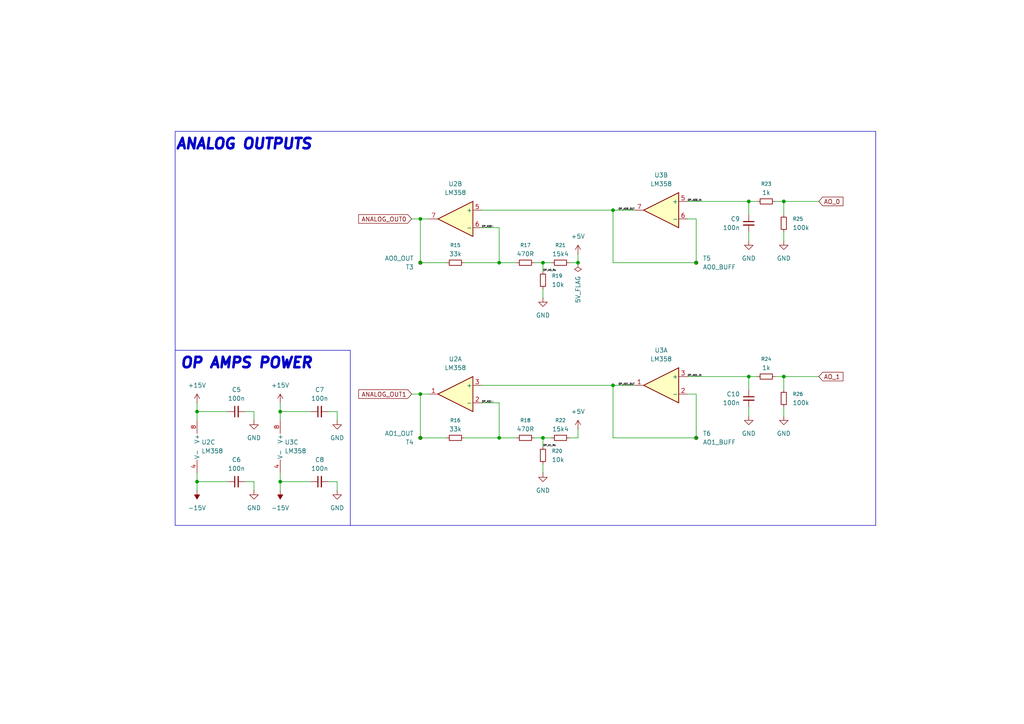
<source format=kicad_sch>
(kicad_sch (version 20250114) (generator "eeschema") (generator_version "9.0")
  (paper "A4")
  (title_block (title "PLC on STM - Analog IO Shield") (date "2025-12-27") (company "Author: Grzegorz Potocki"))
  (lib_symbols
    (symbol "Amplifier_Operational:LM358" (pin_names (offset 0.127))
      (property "Reference" "U" (at 0 5.08 0))
      (property "Value" "LM358" (at 0 -5.08 0))
      (symbol "LM358_1_1"
        (polyline (pts (xy -5.08 5.08) (xy 5.08 0) (xy -5.08 -5.08) (xy -5.08 5.08)) (stroke (width 0.254)) (fill (type background)))
        (pin input line (at -7.62 2.54 0) (length 2.54) (name "+") (number "3"))
        (pin input line (at -7.62 -2.54 0) (length 2.54) (name "-") (number "2"))
        (pin output line (at 7.62 0 180) (length 2.54) (name "~") (number "1"))
      )
      (symbol "LM358_2_1"
        (polyline (pts (xy -5.08 5.08) (xy 5.08 0) (xy -5.08 -5.08) (xy -5.08 5.08)) (stroke (width 0.254)) (fill (type background)))
        (pin input line (at -7.62 2.54 0) (length 2.54) (name "+") (number "5"))
        (pin input line (at -7.62 -2.54 0) (length 2.54) (name "-") (number "6"))
        (pin output line (at 7.62 0 180) (length 2.54) (name "~") (number "7"))
      )
      (symbol "LM358_3_1"
        (pin power_in line (at -2.54 7.62 270) (length 3.81) (name "V+") (number "8"))
        (pin power_in line (at -2.54 -7.62 90) (length 3.81) (name "V-") (number "4"))
      )
    )
    (symbol "Connector:TestPoint_Small" (pin_numbers (hide yes)) (pin_names (offset 0.762) (hide yes))
      (property "Reference" "TP" (at 0 3.81 0))
      (property "Value" "TestPoint_Small" (at 0 2.032 0))
      (symbol "TestPoint_Small_0_1"
        (circle (center 0 0) (radius 0.508))
      )
      (symbol "TestPoint_Small_1_1"
        (pin passive line (at 0 0 90) (length 0) (name "1") (number "1"))
      )
    )
    (symbol "Device:C_Small" (pin_numbers (hide yes)) (pin_names (offset 0.254) (hide yes))
      (property "Reference" "C" (at 0.254 1.778 0))
      (property "Value" "C_Small" (at 0.254 -2.032 0))
      (symbol "C_Small_0_1"
        (polyline (pts (xy -1.524 0.508) (xy 1.524 0.508)) (stroke (width 0.3048)))
        (polyline (pts (xy -1.524 -0.508) (xy 1.524 -0.508)) (stroke (width 0.3302)))
      )
      (symbol "C_Small_1_1"
        (pin passive line (at 0 2.54 270) (length 2.032) (name "~") (number "1"))
        (pin passive line (at 0 -2.54 90) (length 2.032) (name "~") (number "2"))
      )
    )
    (symbol "Device:R_Small" (pin_numbers (hide yes)) (pin_names (offset 0.254) (hide yes))
      (property "Reference" "R" (at 0 0 90))
      (property "Value" "R_Small" (at 1.778 0 90))
      (symbol "R_Small_0_1"
        (rectangle (start -0.762 1.778) (end 0.762 -1.778) (stroke (width 0.2032)))
      )
      (symbol "R_Small_1_1"
        (pin passive line (at 0 2.54 270) (length 0.762) (name "~") (number "1"))
        (pin passive line (at 0 -2.54 90) (length 0.762) (name "~") (number "2"))
      )
    )
    (symbol "R_Small_1" (pin_numbers (hide yes)) (pin_names (offset 0.254) (hide yes))
      (property "Reference" "R" (at 0 0 90))
      (property "Value" "R_Small" (at 1.778 0 90))
      (symbol "R_Small_1_0_1"
        (rectangle (start -0.762 1.778) (end 0.762 -1.778) (stroke (width 0.2032)))
      )
      (symbol "R_Small_1_1_1"
        (pin passive line (at 0 2.54 270) (length 0.762) (name "~") (number "1"))
        (pin passive line (at 0 -2.54 90) (length 0.762) (name "~") (number "2"))
      )
    )
    (symbol "power:+15V" (power) (pin_numbers (hide yes)) (pin_names (offset 0) (hide yes))
      (property "Value" "+15V" (at 0 3.556 0))
      (symbol "+15V_0_1"
        (polyline (pts (xy -0.762 1.27) (xy 0 2.54)))
        (polyline (pts (xy 0 2.54) (xy 0.762 1.27)))
        (polyline (pts (xy 0 0) (xy 0 2.54)))
      )
      (symbol "+15V_1_1"
        (pin power_in line (at 0 0 90) (length 0) (name "~") (number "1"))
      )
    )
    (symbol "power:+5V" (power) (pin_numbers (hide yes)) (pin_names (offset 0) (hide yes))
      (property "Value" "+5V" (at 0 3.556 0))
      (symbol "+5V_0_1"
        (polyline (pts (xy -0.762 1.27) (xy 0 2.54)))
        (polyline (pts (xy 0 2.54) (xy 0.762 1.27)))
        (polyline (pts (xy 0 0) (xy 0 2.54)))
      )
      (symbol "+5V_1_1"
        (pin power_in line (at 0 0 90) (length 0) (name "~") (number "1"))
      )
    )
    (symbol "power:-15V" (power) (pin_numbers (hide yes)) (pin_names (offset 0) (hide yes))
      (property "Value" "-15V" (at 0 3.556 0))
      (symbol "-15V_0_0"
        (pin power_in line (at 0 0 90) (length 0) (name "~") (number "1"))
      )
      (symbol "-15V_0_1"
        (polyline (pts (xy 0 0) (xy 0 1.27) (xy 0.762 1.27) (xy 0 2.54) (xy -0.762 1.27) (xy 0 1.27)) (fill (type outline)))
      )
    )
    (symbol "power:GND" (power) (pin_numbers (hide yes)) (pin_names (offset 0) (hide yes))
      (property "Value" "GND" (at 0 -3.81 0))
      (symbol "GND_0_1"
        (polyline (pts (xy 0 0) (xy 0 -1.27) (xy 1.27 -1.27) (xy 0 -2.54) (xy -1.27 -1.27) (xy 0 -1.27)))
      )
      (symbol "GND_1_1"
        (pin power_in line (at 0 0 270) (length 0) (name "~") (number "1"))
      )
    )
    (symbol "power:PWR_FLAG" (power) (pin_numbers (hide yes)) (pin_names (offset 0) (hide yes))
      (property "Value" "PWR_FLAG" (at 0 3.81 0))
      (symbol "PWR_FLAG_0_0"
        (pin power_out line (at 0 0 90) (length 0) (name "~") (number "1"))
      )
      (symbol "PWR_FLAG_0_1"
        (polyline (pts (xy 0 0) (xy 0 1.27) (xy -1.016 1.905) (xy 0 2.54) (xy 1.016 1.905) (xy 0 1.27)))
      )
    )
  )
  (rectangle (start 50.8 38.1) (end 254 152.4))
  (text "ANALOG OUTPUTS" (at 50.8 41.91 0) (effects (font (size 3 3) (thickness 2) (bold yes) (italic yes)) (justify left)))
  (text "OP AMPS POWER" (at 52.07 105.41 0) (effects (font (size 3 3) (thickness 2) (bold yes) (italic yes)) (justify left)))
  (junction (at 201.93 127))
  (junction (at 81.28 119.38))
  (junction (at 217.17 109.22))
  (junction (at 227.33 109.22))
  (junction (at 144.78 127))
  (junction (at 144.78 76.2))
  (junction (at 121.92 63.5))
  (junction (at 57.15 119.38))
  (junction (at 201.93 76.2))
  (junction (at 157.48 127))
  (junction (at 217.17 58.42))
  (junction (at 121.92 127))
  (junction (at 57.15 139.7))
  (junction (at 177.8 111.76))
  (junction (at 227.33 58.42))
  (junction (at 157.48 76.2))
  (junction (at 121.92 76.2))
  (junction (at 81.28 139.7))
  (junction (at 177.8 60.96))
  (junction (at 121.92 114.3))
  (junction (at 167.64 76.2))
  (wire (pts (xy 73.66 119.38) (xy 73.66 121.92)))
  (polyline (pts (xy 50.8 101.6) (xy 101.6 101.6)))
  (wire (pts (xy 139.7 60.96) (xy 177.8 60.96)))
  (wire (pts (xy 237.49 58.42) (xy 227.33 58.42)))
  (wire (pts (xy 119.38 114.3) (xy 121.92 114.3)))
  (wire (pts (xy 201.93 114.3) (xy 199.39 114.3)))
  (wire (pts (xy 177.8 111.76) (xy 184.15 111.76)))
  (wire (pts (xy 57.15 119.38) (xy 66.04 119.38)))
  (wire (pts (xy 81.28 116.84) (xy 81.28 119.38)))
  (wire (pts (xy 71.12 119.38) (xy 73.66 119.38)))
  (wire (pts (xy 157.48 127) (xy 157.48 129.54)))
  (wire (pts (xy 219.71 58.42) (xy 217.17 58.42)))
  (wire (pts (xy 81.28 139.7) (xy 81.28 142.24)))
  (wire (pts (xy 219.71 109.22) (xy 217.17 109.22)))
  (wire (pts (xy 95.25 139.7) (xy 97.79 139.7)))
  (wire (pts (xy 121.92 114.3) (xy 121.92 127)))
  (wire (pts (xy 227.33 109.22) (xy 224.79 109.22)))
  (wire (pts (xy 134.62 127) (xy 144.78 127)))
  (wire (pts (xy 217.17 118.11) (xy 217.17 120.65)))
  (wire (pts (xy 121.92 63.5) (xy 124.46 63.5)))
  (wire (pts (xy 227.33 58.42) (xy 224.79 58.42)))
  (wire (pts (xy 217.17 58.42) (xy 199.39 58.42)))
  (wire (pts (xy 167.64 124.46) (xy 167.64 127)))
  (wire (pts (xy 227.33 109.22) (xy 227.33 113.03)))
  (wire (pts (xy 95.25 119.38) (xy 97.79 119.38)))
  (wire (pts (xy 144.78 76.2) (xy 149.86 76.2)))
  (wire (pts (xy 177.8 60.96) (xy 184.15 60.96)))
  (wire (pts (xy 57.15 137.16) (xy 57.15 139.7)))
  (wire (pts (xy 144.78 66.04) (xy 144.78 76.2)))
  (wire (pts (xy 81.28 139.7) (xy 90.17 139.7)))
  (wire (pts (xy 81.28 119.38) (xy 90.17 119.38)))
  (wire (pts (xy 134.62 76.2) (xy 144.78 76.2)))
  (wire (pts (xy 144.78 116.84) (xy 144.78 127)))
  (wire (pts (xy 81.28 119.38) (xy 81.28 121.92)))
  (wire (pts (xy 177.8 127) (xy 201.93 127)))
  (wire (pts (xy 157.48 76.2) (xy 157.48 78.74)))
  (wire (pts (xy 154.94 76.2) (xy 157.48 76.2)))
  (wire (pts (xy 217.17 109.22) (xy 199.39 109.22)))
  (wire (pts (xy 201.93 114.3) (xy 201.93 127)))
  (wire (pts (xy 157.48 134.62) (xy 157.48 137.16)))
  (wire (pts (xy 57.15 139.7) (xy 57.15 142.24)))
  (wire (pts (xy 201.93 63.5) (xy 201.93 76.2)))
  (wire (pts (xy 165.1 127) (xy 167.64 127)))
  (wire (pts (xy 217.17 67.31) (xy 217.17 69.85)))
  (wire (pts (xy 177.8 60.96) (xy 177.8 76.2)))
  (polyline (pts (xy 101.6 152.4) (xy 101.6 101.6)))
  (wire (pts (xy 97.79 139.7) (xy 97.79 142.24)))
  (wire (pts (xy 139.7 116.84) (xy 144.78 116.84)))
  (wire (pts (xy 139.7 111.76) (xy 177.8 111.76)))
  (wire (pts (xy 227.33 58.42) (xy 227.33 62.23)))
  (wire (pts (xy 237.49 109.22) (xy 227.33 109.22)))
  (wire (pts (xy 57.15 139.7) (xy 66.04 139.7)))
  (wire (pts (xy 177.8 111.76) (xy 177.8 127)))
  (wire (pts (xy 201.93 63.5) (xy 199.39 63.5)))
  (wire (pts (xy 71.12 139.7) (xy 73.66 139.7)))
  (wire (pts (xy 139.7 66.04) (xy 144.78 66.04)))
  (wire (pts (xy 227.33 67.31) (xy 227.33 69.85)))
  (wire (pts (xy 119.38 63.5) (xy 121.92 63.5)))
  (wire (pts (xy 81.28 137.16) (xy 81.28 139.7)))
  (wire (pts (xy 217.17 109.22) (xy 217.17 113.03)))
  (wire (pts (xy 57.15 119.38) (xy 57.15 121.92)))
  (wire (pts (xy 121.92 114.3) (xy 124.46 114.3)))
  (wire (pts (xy 154.94 127) (xy 157.48 127)))
  (wire (pts (xy 157.48 76.2) (xy 160.02 76.2)))
  (wire (pts (xy 121.92 76.2) (xy 129.54 76.2)))
  (wire (pts (xy 157.48 83.82) (xy 157.48 86.36)))
  (wire (pts (xy 121.92 127) (xy 129.54 127)))
  (wire (pts (xy 73.66 139.7) (xy 73.66 142.24)))
  (wire (pts (xy 144.78 127) (xy 149.86 127)))
  (wire (pts (xy 165.1 76.2) (xy 167.64 76.2)))
  (wire (pts (xy 217.17 58.42) (xy 217.17 62.23)))
  (wire (pts (xy 177.8 76.2) (xy 201.93 76.2)))
  (wire (pts (xy 227.33 118.11) (xy 227.33 120.65)))
  (wire (pts (xy 97.79 119.38) (xy 97.79 121.92)))
  (wire (pts (xy 157.48 127) (xy 160.02 127)))
  (wire (pts (xy 57.15 116.84) (xy 57.15 119.38)))
  (wire (pts (xy 167.64 73.66) (xy 167.64 76.2)))
  (wire (pts (xy 121.92 63.5) (xy 121.92 76.2)))
  (label "OP_AO0_IN" (at 199.39 58.42 0) (effects (font (size 0.5 0.5))))
  (label "OP_AO1_OUT" (at 184.15 111.76 180) (effects (font (size 0.5 0.5))))
  (label "OP_AO1-" (at 139.7 116.84 0) (effects (font (size 0.5 0.5))))
  (label "OP_AO1_IN" (at 199.39 109.22 0) (effects (font (size 0.5 0.5))))
  (label "OP_AO0-" (at 139.7 66.04 0) (effects (font (size 0.5 0.5))))
  (label "OP_AO_Rs" (at 157.48 78.74 0) (effects (font (size 0.5 0.5))))
  (label "OP_AO0_OUT" (at 184.15 60.96 180) (effects (font (size 0.5 0.5))))
  (label "OP_A1_Rs" (at 157.48 129.54 0) (effects (font (size 0.5 0.5))))
  (global_label "ANALOG_OUT1" (shape input) (at 119.38 114.3 180) (property "Intersheetrefs" "${INTERSHEET_REFS}" (effects (hide yes))))
  (global_label "ANALOG_OUT0" (shape input) (at 119.38 63.5 180) (property "Intersheetrefs" "${INTERSHEET_REFS}" (effects (hide yes))))
  (global_label "AO_0" (shape input) (at 237.49 58.42 0) (property "Intersheetrefs" "${INTERSHEET_REFS}" (effects (hide yes))))
  (global_label "AO_1" (shape input) (at 237.49 109.22 0) (property "Intersheetrefs" "${INTERSHEET_REFS}" (effects (hide yes))))
  (symbol (lib_name "R_Small_1") (lib_id "Device:R_Small") (at 227.33 115.57 180) (unit 1)
    (property "Reference" "R26" (at 229.87 114.2999 0) (effects (font (size 1.016 1.016)) (justify right)))
    (property "Value" "100k" (at 229.87 116.8399 0) (effects (justify right)))
    (property "Footprint" "Resistor_SMD:R_0603_1608Metric_Pad0.98x0.95mm_HandSolder" (effects (hide yes)))
    (property "Datasheet" "https://www.koaspeer.com/pdfs/RK73B.pdf" (effects (hide yes)))
    (property "Description" "Resistor, small symbol" (effects (hide yes)))
    (property "Mouser Part Number" "603-RT0603DRE07100KL" (effects (hide yes)))
    (property "Mouser Price/Stock" "https://www.mouser.pl/ProductDetail/KOA-Speer/RK73B1JTTD104J?qs=sGAEpiMZZMvdGkrng054t2HaaJFon%252B0pQ1vDU7rpyKc%3D" (effects (hide yes)))
  )
  (symbol (lib_id "power:GND") (at 227.33 120.65 0) (mirror y) (unit 1)
    (property "Reference" "#PWR030" (effects (hide yes)))
    (property "Value" "GND" (at 227.33 125.73 0))
    (property "Description" "Power symbol creates a global label with name \"GND\" , ground" (effects (hide yes)))
  )
  (symbol (lib_id "Device:R_Small") (at 152.4 76.2 90) (unit 1)
    (property "Reference" "R17" (at 152.4 71.12 90) (effects (font (size 1.016 1.016))))
    (property "Value" "470R" (at 152.4 73.66 90))
    (property "Footprint" "Resistor_SMD:R_0603_1608Metric_Pad0.98x0.95mm_HandSolder" (effects (hide yes)))
    (property "Datasheet" "https://www.vishay.com/docs/20035/dcrcwe3.pdf" (effects (hide yes)))
    (property "Description" "Resistor, small symbol" (effects (hide yes)))
    (property "Mouser Part Number" "71-CRCW0603-470-E3" (effects (hide yes)))
    (property "Mouser Price/Stock" "https://www.mouser.pl/ProductDetail/Vishay/CRCW0603470RFKEA?qs=2LLIXXYaQepTa3IToKeExA%3D%3D" (effects (hide yes)))
  )
  (symbol (lib_id "Amplifier_Operational:LM358") (at 191.77 111.76 0) (mirror y) (unit 1)
    (property "Reference" "U3" (at 191.77 101.6 0))
    (property "Value" "LM358" (at 191.77 104.14 0))
    (property "Footprint" "Package_SO:SOIC-8_3.9x4.9mm_P1.27mm" (effects (hide yes)))
    (property "Datasheet" "https://www.st.com/resource/en/datasheet/lm158.pdf" (effects (hide yes)))
    (property "Description" "Low-Power, Dual Operational Amplifiers, DIP-8/SOIC-8/TO-99-8" (effects (hide yes)))
    (property "Mouser Part Number" "511-LM358D" (effects (hide yes)))
    (property "Mouser Price/Stock" "https://www.mouser.pl/ProductDetail/STMicroelectronics/LM358D?qs=4kXaGCtSlT3mFye4RVsPfA%3D%3D" (effects (hide yes)))
  )
  (symbol (lib_id "power:+15V") (at 57.15 116.84 0) (unit 1)
    (property "Reference" "#PWR015" (effects (hide yes)))
    (property "Value" "+15V" (at 57.15 111.76 0))
    (property "Description" "Power symbol creates a global label with name \"+15V\"" (effects (hide yes)))
  )
  (symbol (lib_id "Connector:TestPoint_Small") (at 201.93 76.2 0) (unit 1)
    (property "Reference" "T5" (at 203.835 74.9299 0) (effects (justify left)))
    (property "Value" "AO0_BUFF" (at 203.835 77.4699 0) (effects (justify left)))
    (property "Footprint" "TestPoint:TestPoint_Pad_1.0x1.0mm" (effects (hide yes)))
    (property "Description" "test point" (effects (hide yes)))
  )
  (symbol (lib_id "power:GND") (at 97.79 142.24 0) (unit 1)
    (property "Reference" "#PWR022" (effects (hide yes)))
    (property "Value" "GND" (at 97.79 147.32 0))
    (property "Description" "Power symbol creates a global label with name \"GND\" , ground" (effects (hide yes)))
  )
  (symbol (lib_name "R_Small_1") (lib_id "Device:R_Small") (at 222.25 109.22 270) (mirror x) (unit 1)
    (property "Reference" "R24" (at 222.25 104.14 90) (effects (font (size 1.016 1.016))))
    (property "Value" "1k" (at 222.25 106.68 90))
    (property "Footprint" "Resistor_SMD:R_0603_1608Metric_Pad0.98x0.95mm_HandSolder" (effects (hide yes)))
    (property "Datasheet" "https://www.vishay.com/docs/20035/dcrcwe3.pdf" (effects (hide yes)))
    (property "Description" "Resistor, small symbol" (effects (hide yes)))
    (property "Mouser Part Number" "71-CRCW06031K00FKED" (effects (hide yes)))
    (property "Mouser Price/Stock" "https://www.mouser.pl/ProductDetail/Vishay-Dale/CRCW06031K00FKED?qs=sGAEpiMZZMtlubZbdhIBIKbhzOdzan%2FGTch9K0lp5pQ%3D" (effects (hide yes)))
  )
  (symbol (lib_id "power:GND") (at 227.33 69.85 0) (mirror y) (unit 1)
    (property "Reference" "#PWR029" (effects (hide yes)))
    (property "Value" "GND" (at 227.33 74.93 0))
    (property "Description" "Power symbol creates a global label with name \"GND\" , ground" (effects (hide yes)))
  )
  (symbol (lib_id "Device:R_Small") (at 157.48 132.08 180) (unit 1)
    (property "Reference" "R20" (at 160.02 130.8099 0) (effects (font (size 1.016 1.016)) (justify right)))
    (property "Value" "10k" (at 160.02 133.3499 0) (effects (justify right)))
    (property "Footprint" "Resistor_SMD:R_0603_1608Metric_Pad0.98x0.95mm_HandSolder" (effects (hide yes)))
    (property "Datasheet" "https://www.vishay.com/docs/20035/dcrcwe3.pdf" (effects (hide yes)))
    (property "Description" "Resistor, small symbol" (effects (hide yes)))
    (property "Mouser Part Number" "71-CRCW0603-10K-E3" (effects (hide yes)))
    (property "Mouser Price/Stock" "https://www.mouser.pl/ProductDetail/Vishay/CRCW060310K0FKEA?qs=pAO1Z172M84BVnhDjtnsoQ%3D%3D" (effects (hide yes)))
  )
  (symbol (lib_id "Amplifier_Operational:LM358") (at 132.08 114.3 0) (mirror y) (unit 1)
    (property "Reference" "U2" (at 132.08 104.14 0))
    (property "Value" "LM358" (at 132.08 106.68 0))
    (property "Footprint" "Package_SO:SOIC-8_3.9x4.9mm_P1.27mm" (effects (hide yes)))
    (property "Datasheet" "https://www.st.com/resource/en/datasheet/lm158.pdf" (effects (hide yes)))
    (property "Description" "Low-Power, Dual Operational Amplifiers, DIP-8/SOIC-8/TO-99-8" (effects (hide yes)))
    (property "Mouser Part Number" "511-LM358D" (effects (hide yes)))
    (property "Mouser Price/Stock" "https://www.mouser.pl/ProductDetail/STMicroelectronics/LM358D?qs=4kXaGCtSlT3mFye4RVsPfA%3D%3D" (effects (hide yes)))
  )
  (symbol (lib_id "power:GND") (at 73.66 142.24 0) (unit 1)
    (property "Reference" "#PWR018" (effects (hide yes)))
    (property "Value" "GND" (at 73.66 147.32 0))
    (property "Description" "Power symbol creates a global label with name \"GND\" , ground" (effects (hide yes)))
  )
  (symbol (lib_id "power:GND") (at 217.17 120.65 0) (mirror y) (unit 1)
    (property "Reference" "#PWR028" (effects (hide yes)))
    (property "Value" "GND" (at 217.17 125.73 0))
    (property "Description" "Power symbol creates a global label with name \"GND\" , ground" (effects (hide yes)))
  )
  (symbol (lib_id "power:GND") (at 217.17 69.85 0) (mirror y) (unit 1)
    (property "Reference" "#PWR027" (effects (hide yes)))
    (property "Value" "GND" (at 217.17 74.93 0))
    (property "Description" "Power symbol creates a global label with name \"GND\" , ground" (effects (hide yes)))
  )
  (symbol (lib_id "power:+15V") (at 81.28 116.84 0) (unit 1)
    (property "Reference" "#PWR019" (effects (hide yes)))
    (property "Value" "+15V" (at 81.28 111.76 0))
    (property "Description" "Power symbol creates a global label with name \"+15V\"" (effects (hide yes)))
  )
  (symbol (lib_id "Device:C_Small") (at 68.58 119.38 90) (unit 1)
    (property "Reference" "C5" (at 68.5863 113.03 90))
    (property "Value" "100n" (at 68.5863 115.57 90))
    (property "Footprint" "Capacitor_SMD:C_0603_1608Metric_Pad1.08x0.95mm_HandSolder" (effects (hide yes)))
    (property "Datasheet" "https://search.murata.co.jp/Ceramy/image/img/A01X/G101/ENG/GRM033R6YA104ME14-01A.pdf" (effects (hide yes)))
    (property "Description" "Unpolarized capacitor, small symbol" (effects (hide yes)))
    (property "Mouser Part Number" "GRM033R6YA104ME14D" (effects (hide yes)))
    (property "Mouser Price/Stock" "https://www.mouser.pl/ProductDetail/Murata-Electronics/GRM033R6YA104ME14D?qs=P%2FC4Eoq9CDwjSVlAMBrT%252Bw%3D%3D" (effects (hide yes)))
  )
  (symbol (lib_id "Device:C_Small") (at 92.71 139.7 90) (unit 1)
    (property "Reference" "C8" (at 92.7163 133.35 90))
    (property "Value" "100n" (at 92.7163 135.89 90))
    (property "Footprint" "Capacitor_SMD:C_0603_1608Metric_Pad1.08x0.95mm_HandSolder" (effects (hide yes)))
    (property "Datasheet" "https://search.murata.co.jp/Ceramy/image/img/A01X/G101/ENG/GRM033R6YA104ME14-01A.pdf" (effects (hide yes)))
    (property "Description" "Unpolarized capacitor, small symbol" (effects (hide yes)))
    (property "Mouser Part Number" "GRM033R6YA104ME14D" (effects (hide yes)))
    (property "Mouser Price/Stock" "https://www.mouser.pl/ProductDetail/Murata-Electronics/GRM033R6YA104ME14D?qs=P%2FC4Eoq9CDwjSVlAMBrT%252Bw%3D%3D" (effects (hide yes)))
  )
  (symbol (lib_id "Connector:TestPoint_Small") (at 121.92 127 180) (unit 1)
    (property "Reference" "T4" (at 120.015 128.2701 0) (effects (justify left)))
    (property "Value" "AO1_OUT" (at 120.015 125.7301 0) (effects (justify left)))
    (property "Footprint" "TestPoint:TestPoint_Pad_1.0x1.0mm" (effects (hide yes)))
    (property "Description" "test point" (effects (hide yes)))
  )
  (symbol (lib_id "Device:R_Small") (at 162.56 127 90) (unit 1)
    (property "Reference" "R22" (at 162.56 121.92 90) (effects (font (size 1.016 1.016))))
    (property "Value" "15k4" (at 162.56 124.46 90))
    (property "Footprint" "Resistor_SMD:R_0603_1608Metric_Pad0.98x0.95mm_HandSolder" (effects (hide yes)))
    (property "Datasheet" "https://www.vishay.com/docs/20035/dcrcwe3.pdf" (effects (hide yes)))
    (property "Description" "Resistor, small symbol" (effects (hide yes)))
    (property "Mouser Part Number" "71-CRCW0603-15.4K-E3 " (effects (hide yes)))
    (property "Mouser Price/Stock" "https://www.mouser.pl/ProductDetail/Vishay/CRCW060315K4FKEA?qs=8tsW7z%2Fc78r%252BcpIjbzjS5Q%3D%3D" (effects (hide yes)))
  )
  (symbol (lib_id "Device:R_Small") (at 132.08 127 90) (unit 1)
    (property "Reference" "R16" (at 132.08 121.92 90) (effects (font (size 1.016 1.016))))
    (property "Value" "33k" (at 132.08 124.46 90))
    (property "Footprint" "Resistor_SMD:R_0603_1608Metric_Pad0.98x0.95mm_HandSolder" (effects (hide yes)))
    (property "Datasheet" "https://www.vishay.com/docs/20035/dcrcwe3.pdf" (effects (hide yes)))
    (property "Description" "Resistor, small symbol" (effects (hide yes)))
    (property "Mouser Part Number" "71-CRCW0603-33K-E3" (effects (hide yes)))
    (property "Mouser Price/Stock" "https://www.mouser.pl/ProductDetail/Vishay/CRCW060333K0FKEA?qs=lRdAfIXKPc%2FlOd6gcmC8oQ%3D%3D" (effects (hide yes)))
  )
  (symbol (lib_name "R_Small_1") (lib_id "Device:R_Small") (at 222.25 58.42 270) (mirror x) (unit 1)
    (property "Reference" "R23" (at 222.25 53.34 90) (effects (font (size 1.016 1.016))))
    (property "Value" "1k" (at 222.25 55.88 90))
    (property "Footprint" "Resistor_SMD:R_0603_1608Metric_Pad0.98x0.95mm_HandSolder" (effects (hide yes)))
    (property "Datasheet" "https://www.vishay.com/docs/20035/dcrcwe3.pdf" (effects (hide yes)))
    (property "Description" "Resistor, small symbol" (effects (hide yes)))
    (property "Mouser Part Number" "71-CRCW06031K00FKED" (effects (hide yes)))
    (property "Mouser Price/Stock" "https://www.mouser.pl/ProductDetail/Vishay-Dale/CRCW06031K00FKED?qs=sGAEpiMZZMtlubZbdhIBIKbhzOdzan%2FGTch9K0lp5pQ%3D" (effects (hide yes)))
  )
  (symbol (lib_id "Device:C_Small") (at 92.71 119.38 90) (unit 1)
    (property "Reference" "C7" (at 92.7163 113.03 90))
    (property "Value" "100n" (at 92.7163 115.57 90))
    (property "Footprint" "Capacitor_SMD:C_0603_1608Metric_Pad1.08x0.95mm_HandSolder" (effects (hide yes)))
    (property "Datasheet" "https://search.murata.co.jp/Ceramy/image/img/A01X/G101/ENG/GRM033R6YA104ME14-01A.pdf" (effects (hide yes)))
    (property "Description" "Unpolarized capacitor, small symbol" (effects (hide yes)))
    (property "Mouser Part Number" "GRM033R6YA104ME14D" (effects (hide yes)))
    (property "Mouser Price/Stock" "https://www.mouser.pl/ProductDetail/Murata-Electronics/GRM033R6YA104ME14D?qs=P%2FC4Eoq9CDwjSVlAMBrT%252Bw%3D%3D" (effects (hide yes)))
  )
  (symbol (lib_id "Connector:TestPoint_Small") (at 121.92 76.2 180) (unit 1)
    (property "Reference" "T3" (at 120.015 77.4701 0) (effects (justify left)))
    (property "Value" "AO0_OUT" (at 120.015 74.9301 0) (effects (justify left)))
    (property "Footprint" "TestPoint:TestPoint_Pad_1.0x1.0mm" (effects (hide yes)))
    (property "Description" "test point" (effects (hide yes)))
  )
  (symbol (lib_id "Device:R_Small") (at 162.56 76.2 90) (unit 1)
    (property "Reference" "R21" (at 162.56 71.12 90) (effects (font (size 1.016 1.016))))
    (property "Value" "15k4" (at 162.56 73.66 90))
    (property "Footprint" "Resistor_SMD:R_0603_1608Metric_Pad0.98x0.95mm_HandSolder" (effects (hide yes)))
    (property "Datasheet" "https://www.vishay.com/docs/20035/dcrcwe3.pdf" (effects (hide yes)))
    (property "Description" "Resistor, small symbol" (effects (hide yes)))
    (property "Mouser Part Number" "71-CRCW0603-15.4K-E3 " (effects (hide yes)))
    (property "Mouser Price/Stock" "https://www.mouser.pl/ProductDetail/Vishay/CRCW060315K4FKEA?qs=8tsW7z%2Fc78r%252BcpIjbzjS5Q%3D%3D" (effects (hide yes)))
  )
  (symbol (lib_id "power:GND") (at 97.79 121.92 0) (unit 1)
    (property "Reference" "#PWR021" (effects (hide yes)))
    (property "Value" "GND" (at 97.79 127 0))
    (property "Description" "Power symbol creates a global label with name \"GND\" , ground" (effects (hide yes)))
  )
  (symbol (lib_id "power:GND") (at 157.48 137.16 0) (unit 1)
    (property "Reference" "#PWR024" (effects (hide yes)))
    (property "Value" "GND" (at 157.48 142.24 0))
    (property "Description" "Power symbol creates a global label with name \"GND\" , ground" (effects (hide yes)))
  )
  (symbol (lib_id "Connector:TestPoint_Small") (at 201.93 127 0) (unit 1)
    (property "Reference" "T6" (at 203.835 125.7299 0) (effects (justify left)))
    (property "Value" "AO1_BUFF" (at 203.835 128.2699 0) (effects (justify left)))
    (property "Footprint" "TestPoint:TestPoint_Pad_1.0x1.0mm" (effects (hide yes)))
    (property "Description" "test point" (effects (hide yes)))
  )
  (symbol (lib_id "Device:R_Small") (at 152.4 127 90) (unit 1)
    (property "Reference" "R18" (at 152.4 121.92 90) (effects (font (size 1.016 1.016))))
    (property "Value" "470R" (at 152.4 124.46 90))
    (property "Footprint" "Resistor_SMD:R_0603_1608Metric_Pad0.98x0.95mm_HandSolder" (effects (hide yes)))
    (property "Datasheet" "https://www.vishay.com/docs/20035/dcrcwe3.pdf" (effects (hide yes)))
    (property "Description" "Resistor, small symbol" (effects (hide yes)))
    (property "Mouser Part Number" "71-CRCW0603-470-E3" (effects (hide yes)))
    (property "Mouser Price/Stock" "https://www.mouser.pl/ProductDetail/Vishay/CRCW0603470RFKEA?qs=2LLIXXYaQepTa3IToKeExA%3D%3D" (effects (hide yes)))
  )
  (symbol (lib_id "Amplifier_Operational:LM358") (at 132.08 63.5 0) (mirror y) (unit 2)
    (property "Reference" "U2" (at 132.08 53.34 0))
    (property "Value" "LM358" (at 132.08 55.88 0))
    (property "Footprint" "Package_SO:SOIC-8_3.9x4.9mm_P1.27mm" (effects (hide yes)))
    (property "Datasheet" "https://www.st.com/resource/en/datasheet/lm158.pdf" (effects (hide yes)))
    (property "Description" "Low-Power, Dual Operational Amplifiers, DIP-8/SOIC-8/TO-99-8" (effects (hide yes)))
    (property "Mouser Part Number" "511-LM358D" (effects (hide yes)))
    (property "Mouser Price/Stock" "https://www.mouser.pl/ProductDetail/STMicroelectronics/LM358D?qs=4kXaGCtSlT3mFye4RVsPfA%3D%3D" (effects (hide yes)))
  )
  (symbol (lib_id "power:-15V") (at 81.28 142.24 180) (unit 1)
    (property "Reference" "#PWR020" (effects (hide yes)))
    (property "Value" "-15V" (at 81.28 147.32 0))
    (property "Description" "Power symbol creates a global label with name \"-15V\"" (effects (hide yes)))
  )
  (symbol (lib_id "Device:C_Small") (at 217.17 115.57 0) (mirror y) (unit 1)
    (property "Reference" "C10" (at 214.63 114.3063 0) (effects (justify left)))
    (property "Value" "100n" (at 214.63 116.8463 0) (effects (justify left)))
    (property "Footprint" "Capacitor_SMD:C_0603_1608Metric_Pad1.08x0.95mm_HandSolder" (effects (hide yes)))
    (property "Datasheet" "https://search.murata.co.jp/Ceramy/image/img/A01X/G101/ENG/GRM033R6YA104ME14-01A.pdf" (effects (hide yes)))
    (property "m" "C0603C104K5RAC3121" (effects (hide yes)))
    (property "Mouser Price/Stock" "https://www.mouser.pl/ProductDetail/Murata-Electronics/GRM033R6YA104ME14D?qs=P%2FC4Eoq9CDwjSVlAMBrT%252Bw%3D%3D" (effects (hide yes)))
    (property "Mouser Part Number" "GRM033R6YA104ME14D" (effects (hide yes)))
  )
  (symbol (lib_id "Device:C_Small") (at 217.17 64.77 0) (mirror y) (unit 1)
    (property "Reference" "C9" (at 214.63 63.5063 0) (effects (justify left)))
    (property "Value" "100n" (at 214.63 66.0463 0) (effects (justify left)))
    (property "Footprint" "Capacitor_SMD:C_0603_1608Metric_Pad1.08x0.95mm_HandSolder" (effects (hide yes)))
    (property "Datasheet" "https://search.murata.co.jp/Ceramy/image/img/A01X/G101/ENG/GRM033R6YA104ME14-01A.pdf" (effects (hide yes)))
    (property "m" "C0603C104K5RAC3121" (effects (hide yes)))
    (property "Mouser Price/Stock" "https://www.mouser.pl/ProductDetail/Murata-Electronics/GRM033R6YA104ME14D?qs=P%2FC4Eoq9CDwjSVlAMBrT%252Bw%3D%3D" (effects (hide yes)))
    (property "Mouser Part Number" "GRM033R6YA104ME14D" (effects (hide yes)))
  )
  (symbol (lib_name "R_Small_1") (lib_id "Device:R_Small") (at 227.33 64.77 180) (unit 1)
    (property "Reference" "R25" (at 229.87 63.4999 0) (effects (font (size 1.016 1.016)) (justify right)))
    (property "Value" "100k" (at 229.87 66.0399 0) (effects (justify right)))
    (property "Footprint" "Resistor_SMD:R_0603_1608Metric_Pad0.98x0.95mm_HandSolder" (effects (hide yes)))
    (property "Datasheet" "https://www.koaspeer.com/pdfs/RK73B.pdf" (effects (hide yes)))
    (property "Description" "Resistor, small symbol" (effects (hide yes)))
    (property "Mouser Part Number" "603-RT0603DRE07100KL" (effects (hide yes)))
    (property "Mouser Price/Stock" "https://www.mouser.pl/ProductDetail/KOA-Speer/RK73B1JTTD104J?qs=sGAEpiMZZMvdGkrng054t2HaaJFon%252B0pQ1vDU7rpyKc%3D" (effects (hide yes)))
  )
  (symbol (lib_id "Amplifier_Operational:LM358") (at 59.69 129.54 0) (unit 3)
    (property "Reference" "U2" (at 58.42 128.2699 0) (effects (justify left)))
    (property "Value" "LM358" (at 58.42 130.8099 0) (effects (justify left)))
    (property "Footprint" "Package_SO:SOIC-8_3.9x4.9mm_P1.27mm" (effects (hide yes)))
    (property "Datasheet" "https://www.st.com/resource/en/datasheet/lm158.pdf" (effects (hide yes)))
    (property "Description" "Low-Power, Dual Operational Amplifiers, DIP-8/SOIC-8/TO-99-8" (effects (hide yes)))
    (property "Mouser Part Number" "511-LM358D" (effects (hide yes)))
    (property "Mouser Price/Stock" "https://www.mouser.pl/ProductDetail/STMicroelectronics/LM358D?qs=4kXaGCtSlT3mFye4RVsPfA%3D%3D" (effects (hide yes)))
  )
  (symbol (lib_id "power:GND") (at 157.48 86.36 0) (unit 1)
    (property "Reference" "#PWR023" (effects (hide yes)))
    (property "Value" "GND" (at 157.48 91.44 0))
    (property "Description" "Power symbol creates a global label with name \"GND\" , ground" (effects (hide yes)))
  )
  (symbol (lib_id "power:GND") (at 73.66 121.92 0) (unit 1)
    (property "Reference" "#PWR017" (effects (hide yes)))
    (property "Value" "GND" (at 73.66 127 0))
    (property "Description" "Power symbol creates a global label with name \"GND\" , ground" (effects (hide yes)))
  )
  (symbol (lib_id "Device:R_Small") (at 157.48 81.28 180) (unit 1)
    (property "Reference" "R19" (at 160.02 80.0099 0) (effects (font (size 1.016 1.016)) (justify right)))
    (property "Value" "10k" (at 160.02 82.5499 0) (effects (justify right)))
    (property "Footprint" "Resistor_SMD:R_0603_1608Metric_Pad0.98x0.95mm_HandSolder" (effects (hide yes)))
    (property "Datasheet" "https://www.vishay.com/docs/20035/dcrcwe3.pdf" (effects (hide yes)))
    (property "Description" "Resistor, small symbol" (effects (hide yes)))
    (property "Mouser Part Number" "71-CRCW0603-10K-E3" (effects (hide yes)))
    (property "Mouser Price/Stock" "https://www.mouser.pl/ProductDetail/Vishay/CRCW060310K0FKEA?qs=pAO1Z172M84BVnhDjtnsoQ%3D%3D" (effects (hide yes)))
  )
  (symbol (lib_id "power:+5V") (at 167.64 124.46 0) (unit 1)
    (property "Reference" "#PWR026" (effects (hide yes)))
    (property "Value" "+5V" (at 167.64 119.38 0))
    (property "Description" "Power symbol creates a global label with name \"+5V\"" (effects (hide yes)))
  )
  (symbol (lib_id "Device:C_Small") (at 68.58 139.7 90) (unit 1)
    (property "Reference" "C6" (at 68.5863 133.35 90))
    (property "Value" "100n" (at 68.5863 135.89 90))
    (property "Footprint" "Capacitor_SMD:C_0603_1608Metric_Pad1.08x0.95mm_HandSolder" (effects (hide yes)))
    (property "Datasheet" "https://search.murata.co.jp/Ceramy/image/img/A01X/G101/ENG/GRM033R6YA104ME14-01A.pdf" (effects (hide yes)))
    (property "Description" "Unpolarized capacitor, small symbol" (effects (hide yes)))
    (property "Mouser Part Number" "GRM033R6YA104ME14D" (effects (hide yes)))
    (property "Mouser Price/Stock" "https://www.mouser.pl/ProductDetail/Murata-Electronics/GRM033R6YA104ME14D?qs=P%2FC4Eoq9CDwjSVlAMBrT%252Bw%3D%3D" (effects (hide yes)))
  )
  (symbol (lib_id "power:PWR_FLAG") (at 167.64 76.2 0) (mirror x) (unit 1)
    (property "Reference" "#FLG04" (effects (hide yes)))
    (property "Value" "5V_FLAG" (at 167.6399 80.01 90) (effects (justify left)))
    (property "Description" "Special symbol for telling ERC where power comes from" (effects (hide yes)))
  )
  (symbol (lib_id "Device:R_Small") (at 132.08 76.2 90) (unit 1)
    (property "Reference" "R15" (at 132.08 71.12 90) (effects (font (size 1.016 1.016))))
    (property "Value" "33k" (at 132.08 73.66 90))
    (property "Footprint" "Resistor_SMD:R_0603_1608Metric_Pad0.98x0.95mm_HandSolder" (effects (hide yes)))
    (property "Datasheet" "https://www.vishay.com/docs/20035/dcrcwe3.pdf" (effects (hide yes)))
    (property "Description" "Resistor, small symbol" (effects (hide yes)))
    (property "Mouser Part Number" "71-CRCW0603-33K-E3" (effects (hide yes)))
    (property "Mouser Price/Stock" "https://www.mouser.pl/ProductDetail/Vishay/CRCW060333K0FKEA?qs=lRdAfIXKPc%2FlOd6gcmC8oQ%3D%3D" (effects (hide yes)))
  )
  (symbol (lib_id "power:+5V") (at 167.64 73.66 0) (unit 1)
    (property "Reference" "#PWR025" (effects (hide yes)))
    (property "Value" "+5V" (at 167.64 68.58 0))
    (property "Description" "Power symbol creates a global label with name \"+5V\"" (effects (hide yes)))
  )
  (symbol (lib_id "Amplifier_Operational:LM358") (at 83.82 129.54 0) (unit 3)
    (property "Reference" "U3" (at 82.55 128.2699 0) (effects (justify left)))
    (property "Value" "LM358" (at 82.55 130.8099 0) (effects (justify left)))
    (property "Footprint" "Package_SO:SOIC-8_3.9x4.9mm_P1.27mm" (effects (hide yes)))
    (property "Datasheet" "https://www.st.com/resource/en/datasheet/lm158.pdf" (effects (hide yes)))
    (property "Description" "Low-Power, Dual Operational Amplifiers, DIP-8/SOIC-8/TO-99-8" (effects (hide yes)))
    (property "Mouser Part Number" "511-LM358D" (effects (hide yes)))
    (property "Mouser Price/Stock" "https://www.mouser.pl/ProductDetail/STMicroelectronics/LM358D?qs=4kXaGCtSlT3mFye4RVsPfA%3D%3D" (effects (hide yes)))
  )
  (symbol (lib_id "Amplifier_Operational:LM358") (at 191.77 60.96 0) (mirror y) (unit 2)
    (property "Reference" "U3" (at 191.77 50.8 0))
    (property "Value" "LM358" (at 191.77 53.34 0))
    (property "Footprint" "Package_SO:SOIC-8_3.9x4.9mm_P1.27mm" (effects (hide yes)))
    (property "Datasheet" "https://www.st.com/resource/en/datasheet/lm158.pdf" (effects (hide yes)))
    (property "Description" "Low-Power, Dual Operational Amplifiers, DIP-8/SOIC-8/TO-99-8" (effects (hide yes)))
    (property "Mouser Part Number" "511-LM358D" (effects (hide yes)))
    (property "Mouser Price/Stock" "https://www.mouser.pl/ProductDetail/STMicroelectronics/LM358D?qs=4kXaGCtSlT3mFye4RVsPfA%3D%3D" (effects (hide yes)))
  )
  (symbol (lib_id "power:-15V") (at 57.15 142.24 180) (unit 1)
    (property "Reference" "#PWR016" (effects (hide yes)))
    (property "Value" "-15V" (at 57.15 147.32 0))
    (property "Description" "Power symbol creates a global label with name \"-15V\"" (effects (hide yes)))
  )
)
</source>
